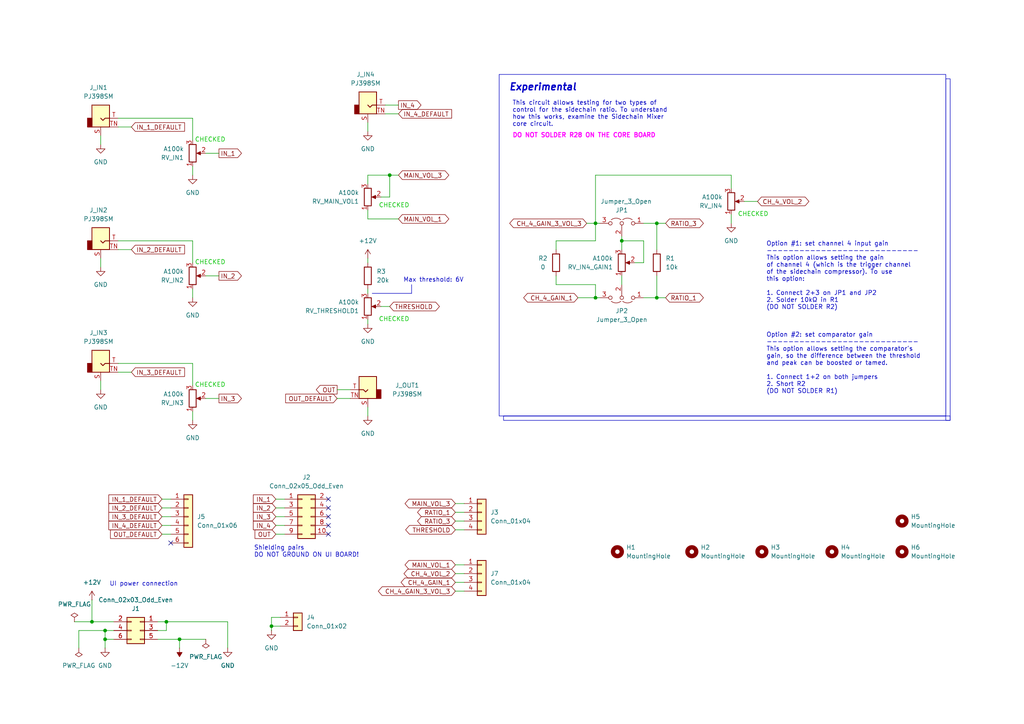
<source format=kicad_sch>
(kicad_sch (version 20250114) (generator "eeschema") (generator_version "9.0")
  (paper "A4")
  (title_block (title "Hog Moduleur Sidechain Mixer UI") (date "2025-07-06") (rev "v0.1") (company "Shmøergh"))
  (lib_symbols
    (symbol "Connector_Generic:Conn_01x02" (pin_names (offset 1.016) (hide yes))
      (property "Reference" "J" (at 0 2.54 0))
      (property "Value" "Conn_01x02" (at 0 -5.08 0))
      (symbol "Conn_01x02_1_1"
        (rectangle (start -1.27 1.27) (end 1.27 -3.81) (stroke (width 0.254)) (fill (type background)))
        (rectangle (start -1.27 0.127) (end 0 -0.127) (stroke (width 0.1524)))
        (rectangle (start -1.27 -2.413) (end 0 -2.667) (stroke (width 0.1524)))
        (pin passive line (at -5.08 0 0) (length 3.81) (name "Pin_1") (number "1"))
        (pin passive line (at -5.08 -2.54 0) (length 3.81) (name "Pin_2") (number "2"))
      )
    )
    (symbol "Connector_Generic:Conn_01x04" (pin_names (offset 1.016) (hide yes))
      (property "Reference" "J" (at 0 5.08 0))
      (property "Value" "Conn_01x04" (at 0 -7.62 0))
      (symbol "Conn_01x04_1_1"
        (rectangle (start -1.27 3.81) (end 1.27 -6.35) (stroke (width 0.254)) (fill (type background)))
        (rectangle (start -1.27 2.667) (end 0 2.413) (stroke (width 0.1524)))
        (rectangle (start -1.27 0.127) (end 0 -0.127) (stroke (width 0.1524)))
        (rectangle (start -1.27 -2.413) (end 0 -2.667) (stroke (width 0.1524)))
        (rectangle (start -1.27 -4.953) (end 0 -5.207) (stroke (width 0.1524)))
        (pin passive line (at -5.08 2.54 0) (length 3.81) (name "Pin_1") (number "1"))
        (pin passive line (at -5.08 0 0) (length 3.81) (name "Pin_2") (number "2"))
        (pin passive line (at -5.08 -2.54 0) (length 3.81) (name "Pin_3") (number "3"))
        (pin passive line (at -5.08 -5.08 0) (length 3.81) (name "Pin_4") (number "4"))
      )
    )
    (symbol "Connector_Generic:Conn_01x06" (pin_names (offset 1.016) (hide yes))
      (property "Reference" "J" (at 0 7.62 0))
      (property "Value" "Conn_01x06" (at 0 -10.16 0))
      (symbol "Conn_01x06_1_1"
        (rectangle (start -1.27 6.35) (end 1.27 -8.89) (stroke (width 0.254)) (fill (type background)))
        (rectangle (start -1.27 5.207) (end 0 4.953) (stroke (width 0.1524)))
        (rectangle (start -1.27 2.667) (end 0 2.413) (stroke (width 0.1524)))
        (rectangle (start -1.27 0.127) (end 0 -0.127) (stroke (width 0.1524)))
        (rectangle (start -1.27 -2.413) (end 0 -2.667) (stroke (width 0.1524)))
        (rectangle (start -1.27 -4.953) (end 0 -5.207) (stroke (width 0.1524)))
        (rectangle (start -1.27 -7.493) (end 0 -7.747) (stroke (width 0.1524)))
        (pin passive line (at -5.08 5.08 0) (length 3.81) (name "Pin_1") (number "1"))
        (pin passive line (at -5.08 2.54 0) (length 3.81) (name "Pin_2") (number "2"))
        (pin passive line (at -5.08 0 0) (length 3.81) (name "Pin_3") (number "3"))
        (pin passive line (at -5.08 -2.54 0) (length 3.81) (name "Pin_4") (number "4"))
        (pin passive line (at -5.08 -5.08 0) (length 3.81) (name "Pin_5") (number "5"))
        (pin passive line (at -5.08 -7.62 0) (length 3.81) (name "Pin_6") (number "6"))
      )
    )
    (symbol "Connector_Generic:Conn_02x03_Odd_Even" (pin_names (offset 1.016) (hide yes))
      (property "Reference" "J" (at 1.27 5.08 0))
      (property "Value" "Conn_02x03_Odd_Even" (at 1.27 -5.08 0))
      (symbol "Conn_02x03_Odd_Even_1_1"
        (rectangle (start -1.27 3.81) (end 3.81 -3.81) (stroke (width 0.254)) (fill (type background)))
        (rectangle (start -1.27 2.667) (end 0 2.413) (stroke (width 0.1524)))
        (rectangle (start -1.27 0.127) (end 0 -0.127) (stroke (width 0.1524)))
        (rectangle (start -1.27 -2.413) (end 0 -2.667) (stroke (width 0.1524)))
        (rectangle (start 3.81 2.667) (end 2.54 2.413) (stroke (width 0.1524)))
        (rectangle (start 3.81 0.127) (end 2.54 -0.127) (stroke (width 0.1524)))
        (rectangle (start 3.81 -2.413) (end 2.54 -2.667) (stroke (width 0.1524)))
        (pin passive line (at -5.08 2.54 0) (length 3.81) (name "Pin_1") (number "1"))
        (pin passive line (at -5.08 0 0) (length 3.81) (name "Pin_3") (number "3"))
        (pin passive line (at -5.08 -2.54 0) (length 3.81) (name "Pin_5") (number "5"))
        (pin passive line (at 7.62 2.54 180) (length 3.81) (name "Pin_2") (number "2"))
        (pin passive line (at 7.62 0 180) (length 3.81) (name "Pin_4") (number "4"))
        (pin passive line (at 7.62 -2.54 180) (length 3.81) (name "Pin_6") (number "6"))
      )
    )
    (symbol "Connector_Generic:Conn_02x05_Odd_Even" (pin_names (offset 1.016) (hide yes))
      (property "Reference" "J" (at 1.27 7.62 0))
      (property "Value" "Conn_02x05_Odd_Even" (at 1.27 -7.62 0))
      (symbol "Conn_02x05_Odd_Even_1_1"
        (rectangle (start -1.27 6.35) (end 3.81 -6.35) (stroke (width 0.254)) (fill (type background)))
        (rectangle (start -1.27 5.207) (end 0 4.953) (stroke (width 0.1524)))
        (rectangle (start -1.27 2.667) (end 0 2.413) (stroke (width 0.1524)))
        (rectangle (start -1.27 0.127) (end 0 -0.127) (stroke (width 0.1524)))
        (rectangle (start -1.27 -2.413) (end 0 -2.667) (stroke (width 0.1524)))
        (rectangle (start -1.27 -4.953) (end 0 -5.207) (stroke (width 0.1524)))
        (rectangle (start 3.81 5.207) (end 2.54 4.953) (stroke (width 0.1524)))
        (rectangle (start 3.81 2.667) (end 2.54 2.413) (stroke (width 0.1524)))
        (rectangle (start 3.81 0.127) (end 2.54 -0.127) (stroke (width 0.1524)))
        (rectangle (start 3.81 -2.413) (end 2.54 -2.667) (stroke (width 0.1524)))
        (rectangle (start 3.81 -4.953) (end 2.54 -5.207) (stroke (width 0.1524)))
        (pin passive line (at -5.08 5.08 0) (length 3.81) (name "Pin_1") (number "1"))
        (pin passive line (at -5.08 2.54 0) (length 3.81) (name "Pin_3") (number "3"))
        (pin passive line (at -5.08 0 0) (length 3.81) (name "Pin_5") (number "5"))
        (pin passive line (at -5.08 -2.54 0) (length 3.81) (name "Pin_7") (number "7"))
        (pin passive line (at -5.08 -5.08 0) (length 3.81) (name "Pin_9") (number "9"))
        (pin passive line (at 7.62 5.08 180) (length 3.81) (name "Pin_2") (number "2"))
        (pin passive line (at 7.62 2.54 180) (length 3.81) (name "Pin_4") (number "4"))
        (pin passive line (at 7.62 0 180) (length 3.81) (name "Pin_6") (number "6"))
        (pin passive line (at 7.62 -2.54 180) (length 3.81) (name "Pin_8") (number "8"))
        (pin passive line (at 7.62 -5.08 180) (length 3.81) (name "Pin_10") (number "10"))
      )
    )
    (symbol "Device:R" (pin_numbers (hide yes)) (pin_names (offset 0))
      (property "Reference" "R" (at 2.032 0 90))
      (property "Value" "R" (at 0 0 90))
      (symbol "R_0_1"
        (rectangle (start -1.016 -2.54) (end 1.016 2.54) (stroke (width 0.254)))
      )
      (symbol "R_1_1"
        (pin passive line (at 0 3.81 270) (length 1.27) (name "~") (number "1"))
        (pin passive line (at 0 -3.81 90) (length 1.27) (name "~") (number "2"))
      )
    )
    (symbol "Device:R_Potentiometer" (pin_names (offset 1.016) (hide yes))
      (property "Reference" "RV" (at -4.445 0 90))
      (property "Value" "R_Potentiometer" (at -2.54 0 90))
      (symbol "R_Potentiometer_0_1"
        (rectangle (start 1.016 2.54) (end -1.016 -2.54) (stroke (width 0.254)))
        (polyline (pts (xy 1.143 0) (xy 2.286 0.508) (xy 2.286 -0.508) (xy 1.143 0)) (fill (type outline)))
        (polyline (pts (xy 2.54 0) (xy 1.524 0)))
      )
      (symbol "R_Potentiometer_1_1"
        (pin passive line (at 0 3.81 270) (length 1.27) (name "1") (number "1"))
        (pin passive line (at 0 -3.81 90) (length 1.27) (name "3") (number "3"))
        (pin passive line (at 3.81 0 180) (length 1.27) (name "2") (number "2"))
      )
    )
    (symbol "Jumper:Jumper_3_Open" (pin_names (offset 0) (hide yes)) (in_bom no)
      (property "Reference" "JP" (at -2.54 -2.54 0))
      (property "Value" "Jumper_3_Open" (at 0 2.794 0))
      (symbol "Jumper_3_Open_0_0"
        (circle (center -3.302 0) (radius 0.508))
        (circle (center 0 0) (radius 0.508))
        (circle (center 3.302 0) (radius 0.508))
      )
      (symbol "Jumper_3_Open_0_1"
        (arc (start -3.048 1.016) (mid -1.651 1.4992) (end -0.254 1.016))
        (polyline (pts (xy 0 -0.508) (xy 0 -1.27)))
        (arc (start 0.254 1.016) (mid 1.651 1.4992) (end 3.048 1.016))
      )
      (symbol "Jumper_3_Open_1_1"
        (pin passive line (at -6.35 0 0) (length 2.54) (name "A") (number "1"))
        (pin passive line (at 0 -3.81 90) (length 2.54) (name "C") (number "2"))
        (pin passive line (at 6.35 0 180) (length 2.54) (name "B") (number "3"))
      )
    )
    (symbol "Mechanical:MountingHole" (pin_names (offset 1.016)) (in_bom no)
      (property "Reference" "H" (at 0 5.08 0))
      (property "Value" "MountingHole" (at 0 3.175 0))
      (symbol "MountingHole_0_1"
        (circle (center 0 0) (radius 1.27) (stroke (width 1.27)))
      )
    )
    (symbol "Shmoergh-Custom-Components:AudioJack2_Thonkiconn_S"
      (property "Reference" "J" (at 0 8.89 0))
      (property "Value" "AudioJack2_Thonkiconn" (at 0 6.35 0))
      (symbol "AudioJack2_Thonkiconn_S_0_1"
        (rectangle (start -2.54 -2.54) (end -3.81 0) (stroke (width 0.254)) (fill (type outline)))
        (polyline (pts (xy 0 0) (xy 0.635 -0.635) (xy 1.27 0) (xy 2.54 0)) (stroke (width 0.254)))
        (rectangle (start 2.54 3.81) (end -2.54 -2.54) (stroke (width 0.254)) (fill (type background)))
      )
      (symbol "AudioJack2_Thonkiconn_S_1_1"
        (pin passive line (at 0 -5.08 90) (length 2.54) (name "~") (number "S"))
        (pin bidirectional line (at 5.08 0 180) (length 2.54) (name "~") (number "T"))
        (pin passive line (at 5.08 -2.54 180) (length 2.54) (name "~") (number "TN"))
      )
    )
    (symbol "power:+12V" (power) (pin_numbers (hide yes)) (pin_names (offset 0) (hide yes))
      (property "Value" "+12V" (at 0 3.556 0))
      (symbol "+12V_0_1"
        (polyline (pts (xy -0.762 1.27) (xy 0 2.54)))
        (polyline (pts (xy 0 2.54) (xy 0.762 1.27)))
        (polyline (pts (xy 0 0) (xy 0 2.54)))
      )
      (symbol "+12V_1_1"
        (pin power_in line (at 0 0 90) (length 0) (name "~") (number "1"))
      )
    )
    (symbol "power:-12V" (power) (pin_numbers (hide yes)) (pin_names (offset 0) (hide yes))
      (property "Value" "-12V" (at 0 3.556 0))
      (symbol "-12V_0_0"
        (pin power_in line (at 0 0 90) (length 0) (name "~") (number "1"))
      )
      (symbol "-12V_0_1"
        (polyline (pts (xy 0 0) (xy 0 1.27) (xy 0.762 1.27) (xy 0 2.54) (xy -0.762 1.27) (xy 0 1.27)) (fill (type outline)))
      )
    )
    (symbol "power:GND" (power) (pin_numbers (hide yes)) (pin_names (offset 0) (hide yes))
      (property "Value" "GND" (at 0 -3.81 0))
      (symbol "GND_0_1"
        (polyline (pts (xy 0 0) (xy 0 -1.27) (xy 1.27 -1.27) (xy 0 -2.54) (xy -1.27 -1.27) (xy 0 -1.27)))
      )
      (symbol "GND_1_1"
        (pin power_in line (at 0 0 270) (length 0) (name "~") (number "1"))
      )
    )
    (symbol "power:PWR_FLAG" (power) (pin_numbers (hide yes)) (pin_names (offset 0) (hide yes))
      (property "Value" "PWR_FLAG" (at 0 3.81 0))
      (symbol "PWR_FLAG_0_0"
        (pin power_out line (at 0 0 90) (length 0) (name "~") (number "1"))
      )
      (symbol "PWR_FLAG_0_1"
        (polyline (pts (xy 0 0) (xy 0 1.27) (xy -1.016 1.905) (xy 0 2.54) (xy 1.016 1.905) (xy 0 1.27)))
      )
    )
  )
  (rectangle (start 274.32 22.86) (end 275.59 121.92) (fill (type color)))
  (rectangle (start 144.78 21.59) (end 274.32 120.65))
  (rectangle (start 146.05 120.65) (end 275.59 121.92) (fill (type color)))
  (text "Option #2: set comparator gain\n----------------------------\nThis option allows setting the comparator's \ngain, so the difference between the threshold\nand peak can be boosted or tamed.\n\n1. Connect 1+2 on both jumpers\n2. Short R2\n(DO NOT SOLDER R1)" (at 222.25 105.41 0) (effects (font (size 1.27 1.27) (thickness 0.1588)) (justify left)))
  (text "Max threshold: 6V" (at 125.73 81.28 0) (effects (font (size 1.27 1.27))))
  (text "CHECKED" (at 60.96 111.76 0) (effects (font (size 1.27 1.27))))
  (text "This circuit allows testing for two types of \ncontrol for the sidechain ratio. To understand\nhow this works, examine the Sidechain Mixer\ncore circuit." (at 148.59 33.02 0) (effects (font (size 1.27 1.27) (thickness 0.1588)) (justify left)))
  (text "UI power connection" (at 31.75 170.18 0) (effects (font (size 1.27 1.27)) (justify left bottom)))
  (text "CHECKED" (at 60.96 76.2 0) (effects (font (size 1.27 1.27))))
  (text "Option #1: set channel 4 input gain\n----------------------------\nThis option allows setting the gain\nof channel 4 (which is the trigger channel\nof the sidechain compressor). To use\nthis option:\n\n1. Connect 2+3 on JP1 and JP2\n2. Solder 10kΩ in R1\n(DO NOT SOLDER R2)" (at 222.25 80.01 0) (effects (font (size 1.27 1.27) (thickness 0.1588)) (justify left)))
  (text "CHECKED" (at 218.44 62.23 0) (effects (font (size 1.27 1.27))))
  (text "DO NOT SOLDER R28 ON THE CORE BOARD" (at 148.59 39.37 0) (effects (font (size 1.27 1.27) (thickness 0.254) (bold yes)) (justify left)))
  (text "CHECKED" (at 114.3 59.69 0) (effects (font (size 1.27 1.27))))
  (text "CHECKED" (at 114.3 92.71 0) (effects (font (size 1.27 1.27))))
  (text "Experimental" (at 157.48 25.4 0) (effects (font (size 2 2) (thickness 0.4) (bold yes) (italic yes))))
  (text "Shielding pairs\nDO NOT GROUND ON UI BOARD!" (at 73.66 160.02 0) (effects (font (size 1.27 1.27)) (justify left)))
  (text "CHECKED" (at 60.96 40.64 0) (effects (font (size 1.27 1.27))))
  (junction (at 190.5 64.77))
  (junction (at 180.34 69.85))
  (junction (at 78.74 181.61))
  (junction (at 30.48 182.88))
  (junction (at 52.07 185.42))
  (junction (at 172.72 64.77))
  (junction (at 113.03 50.8))
  (junction (at 48.26 180.34))
  (junction (at 190.5 86.36))
  (junction (at 26.67 180.34))
  (junction (at 30.48 185.42))
  (junction (at 172.72 86.36))
  (no_connect (at 49.53 157.48))
  (no_connect (at 95.25 144.78))
  (no_connect (at 95.25 152.4))
  (no_connect (at 95.25 147.32))
  (no_connect (at 95.25 154.94))
  (no_connect (at 95.25 149.86))
  (wire (pts (xy 46.99 152.4) (xy 49.53 152.4)))
  (wire (pts (xy 115.57 33.02) (xy 111.76 33.02)))
  (wire (pts (xy 190.5 64.77) (xy 186.69 64.77)))
  (wire (pts (xy 34.29 105.41) (xy 55.88 105.41)))
  (wire (pts (xy 52.07 187.96) (xy 52.07 185.42)))
  (wire (pts (xy 55.88 86.36) (xy 55.88 83.82)))
  (wire (pts (xy 55.88 111.76) (xy 55.88 105.41)))
  (wire (pts (xy 180.34 68.58) (xy 180.34 69.85)))
  (wire (pts (xy 190.5 64.77) (xy 190.5 72.39)))
  (polyline (pts (xy 119.38 82.55) (xy 119.38 85.09)))
  (wire (pts (xy 59.69 185.42) (xy 52.07 185.42)))
  (wire (pts (xy 172.72 50.8) (xy 172.72 64.77)))
  (wire (pts (xy 97.79 115.57) (xy 101.6 115.57)))
  (wire (pts (xy 45.72 185.42) (xy 52.07 185.42)))
  (wire (pts (xy 80.01 149.86) (xy 82.55 149.86)))
  (wire (pts (xy 78.74 181.61) (xy 81.28 181.61)))
  (wire (pts (xy 38.1 36.83) (xy 34.29 36.83)))
  (wire (pts (xy 132.08 151.13) (xy 134.62 151.13)))
  (wire (pts (xy 212.09 64.77) (xy 212.09 62.23)))
  (wire (pts (xy 26.67 180.34) (xy 33.02 180.34)))
  (wire (pts (xy 106.68 83.82) (xy 106.68 85.09)))
  (wire (pts (xy 59.69 44.45) (xy 63.5 44.45)))
  (wire (pts (xy 186.69 76.2) (xy 186.69 69.85)))
  (wire (pts (xy 170.18 64.77) (xy 172.72 64.77)))
  (wire (pts (xy 34.29 69.85) (xy 55.88 69.85)))
  (wire (pts (xy 132.08 166.37) (xy 134.62 166.37)))
  (wire (pts (xy 80.01 152.4) (xy 82.55 152.4)))
  (wire (pts (xy 132.08 148.59) (xy 134.62 148.59)))
  (wire (pts (xy 113.03 50.8) (xy 115.57 50.8)))
  (wire (pts (xy 115.57 30.48) (xy 111.76 30.48)))
  (wire (pts (xy 81.28 179.07) (xy 78.74 179.07)))
  (wire (pts (xy 38.1 72.39) (xy 34.29 72.39)))
  (wire (pts (xy 172.72 86.36) (xy 173.99 86.36)))
  (wire (pts (xy 172.72 69.85) (xy 172.72 64.77)))
  (wire (pts (xy 113.03 50.8) (xy 113.03 57.15)))
  (wire (pts (xy 110.49 57.15) (xy 113.03 57.15)))
  (wire (pts (xy 193.04 64.77) (xy 190.5 64.77)))
  (wire (pts (xy 55.88 69.85) (xy 55.88 76.2)))
  (wire (pts (xy 29.21 74.93) (xy 29.21 77.47)))
  (wire (pts (xy 190.5 80.01) (xy 190.5 86.36)))
  (wire (pts (xy 172.72 86.36) (xy 172.72 82.55)))
  (wire (pts (xy 55.88 40.64) (xy 55.88 34.29)))
  (wire (pts (xy 106.68 74.93) (xy 106.68 76.2)))
  (wire (pts (xy 106.68 35.56) (xy 106.68 38.1)))
  (wire (pts (xy 97.79 113.03) (xy 101.6 113.03)))
  (wire (pts (xy 184.15 76.2) (xy 186.69 76.2)))
  (wire (pts (xy 78.74 179.07) (xy 78.74 181.61)))
  (wire (pts (xy 26.67 173.99) (xy 26.67 180.34)))
  (wire (pts (xy 34.29 34.29) (xy 55.88 34.29)))
  (wire (pts (xy 161.29 72.39) (xy 161.29 69.85)))
  (wire (pts (xy 46.99 149.86) (xy 49.53 149.86)))
  (wire (pts (xy 48.26 180.34) (xy 45.72 180.34)))
  (wire (pts (xy 21.59 180.34) (xy 26.67 180.34)))
  (wire (pts (xy 106.68 50.8) (xy 113.03 50.8)))
  (wire (pts (xy 80.01 147.32) (xy 82.55 147.32)))
  (wire (pts (xy 106.68 120.65) (xy 106.68 118.11)))
  (wire (pts (xy 132.08 146.05) (xy 134.62 146.05)))
  (wire (pts (xy 193.04 86.36) (xy 190.5 86.36)))
  (wire (pts (xy 172.72 82.55) (xy 161.29 82.55)))
  (wire (pts (xy 55.88 50.8) (xy 55.88 48.26)))
  (wire (pts (xy 22.86 182.88) (xy 30.48 182.88)))
  (wire (pts (xy 46.99 154.94) (xy 49.53 154.94)))
  (wire (pts (xy 161.29 82.55) (xy 161.29 80.01)))
  (wire (pts (xy 66.04 187.96) (xy 66.04 180.34)))
  (wire (pts (xy 48.26 182.88) (xy 48.26 180.34)))
  (wire (pts (xy 80.01 144.78) (xy 82.55 144.78)))
  (wire (pts (xy 59.69 115.57) (xy 63.5 115.57)))
  (wire (pts (xy 212.09 54.61) (xy 212.09 50.8)))
  (wire (pts (xy 59.69 80.01) (xy 63.5 80.01)))
  (wire (pts (xy 55.88 121.92) (xy 55.88 119.38)))
  (wire (pts (xy 33.02 185.42) (xy 30.48 185.42)))
  (wire (pts (xy 80.01 154.94) (xy 82.55 154.94)))
  (wire (pts (xy 132.08 171.45) (xy 134.62 171.45)))
  (wire (pts (xy 46.99 144.78) (xy 49.53 144.78)))
  (wire (pts (xy 190.5 86.36) (xy 186.69 86.36)))
  (wire (pts (xy 113.03 88.9) (xy 110.49 88.9)))
  (wire (pts (xy 186.69 69.85) (xy 180.34 69.85)))
  (wire (pts (xy 29.21 39.37) (xy 29.21 41.91)))
  (wire (pts (xy 106.68 93.98) (xy 106.68 92.71)))
  (wire (pts (xy 180.34 82.55) (xy 180.34 80.01)))
  (wire (pts (xy 66.04 180.34) (xy 48.26 180.34)))
  (wire (pts (xy 132.08 153.67) (xy 134.62 153.67)))
  (wire (pts (xy 172.72 64.77) (xy 173.99 64.77)))
  (polyline (pts (xy 107.95 85.09) (xy 119.38 85.09)))
  (wire (pts (xy 38.1 107.95) (xy 34.29 107.95)))
  (wire (pts (xy 106.68 50.8) (xy 106.68 53.34)))
  (wire (pts (xy 30.48 182.88) (xy 33.02 182.88)))
  (wire (pts (xy 29.21 110.49) (xy 29.21 113.03)))
  (wire (pts (xy 106.68 60.96) (xy 106.68 63.5)))
  (wire (pts (xy 215.9 58.42) (xy 219.71 58.42)))
  (wire (pts (xy 172.72 50.8) (xy 212.09 50.8)))
  (wire (pts (xy 30.48 185.42) (xy 30.48 182.88)))
  (wire (pts (xy 180.34 69.85) (xy 180.34 72.39)))
  (wire (pts (xy 22.86 187.96) (xy 22.86 182.88)))
  (wire (pts (xy 115.57 63.5) (xy 106.68 63.5)))
  (wire (pts (xy 78.74 181.61) (xy 78.74 182.88)))
  (wire (pts (xy 30.48 187.96) (xy 30.48 185.42)))
  (wire (pts (xy 46.99 147.32) (xy 49.53 147.32)))
  (wire (pts (xy 45.72 182.88) (xy 48.26 182.88)))
  (wire (pts (xy 167.64 86.36) (xy 172.72 86.36)))
  (wire (pts (xy 161.29 69.85) (xy 172.72 69.85)))
  (wire (pts (xy 132.08 168.91) (xy 134.62 168.91)))
  (wire (pts (xy 132.08 163.83) (xy 134.62 163.83)))
  (global_label "MAIN_VOL_1" (shape bidirectional) (at 132.08 163.83 180) (property "Intersheetrefs" "${INTERSHEET_REFS}" (effects (hide yes))))
  (global_label "OUT" (shape output) (at 97.79 113.03 180) (property "Intersheetrefs" "${INTERSHEET_REFS}" (effects (hide yes))))
  (global_label "OUT_DEFAULT" (shape input) (at 97.79 115.57 180) (property "Intersheetrefs" "${INTERSHEET_REFS}" (effects (hide yes))))
  (global_label "CH_4_GAIN_3_VOL_3" (shape bidirectional) (at 170.18 64.77 180) (property "Intersheetrefs" "${INTERSHEET_REFS}" (effects (hide yes))))
  (global_label "IN_2" (shape input) (at 80.01 147.32 180) (property "Intersheetrefs" "${INTERSHEET_REFS}" (effects (hide yes))))
  (global_label "IN_4" (shape output) (at 115.57 30.48 0) (property "Intersheetrefs" "${INTERSHEET_REFS}" (effects (hide yes))))
  (global_label "CH_4_GAIN_3_VOL_3" (shape bidirectional) (at 132.08 171.45 180) (property "Intersheetrefs" "${INTERSHEET_REFS}" (effects (hide yes))))
  (global_label "THRESHOLD" (shape bidirectional) (at 113.03 88.9 0) (property "Intersheetrefs" "${INTERSHEET_REFS}" (effects (hide yes))))
  (global_label "RATIO_1" (shape bidirectional) (at 132.08 148.59 180) (property "Intersheetrefs" "${INTERSHEET_REFS}" (effects (hide yes))))
  (global_label "RATIO_3" (shape bidirectional) (at 132.08 151.13 180) (property "Intersheetrefs" "${INTERSHEET_REFS}" (effects (hide yes))))
  (global_label "CH_4_VOL_2" (shape bidirectional) (at 132.08 166.37 180) (property "Intersheetrefs" "${INTERSHEET_REFS}" (effects (hide yes))))
  (global_label "IN_4_DEFAULT" (shape input) (at 46.99 152.4 180) (property "Intersheetrefs" "${INTERSHEET_REFS}" (effects (hide yes))))
  (global_label "CH_4_GAIN_1" (shape bidirectional) (at 167.64 86.36 180) (property "Intersheetrefs" "${INTERSHEET_REFS}" (effects (hide yes))))
  (global_label "IN_2_DEFAULT" (shape input) (at 38.1 72.39 0) (property "Intersheetrefs" "${INTERSHEET_REFS}" (effects (hide yes))))
  (global_label "CH_4_VOL_2" (shape bidirectional) (at 219.71 58.42 0) (property "Intersheetrefs" "${INTERSHEET_REFS}" (effects (hide yes))))
  (global_label "IN_1" (shape input) (at 80.01 144.78 180) (property "Intersheetrefs" "${INTERSHEET_REFS}" (effects (hide yes))))
  (global_label "IN_2_DEFAULT" (shape input) (at 46.99 147.32 180) (property "Intersheetrefs" "${INTERSHEET_REFS}" (effects (hide yes))))
  (global_label "MAIN_VOL_3" (shape bidirectional) (at 115.57 50.8 0) (property "Intersheetrefs" "${INTERSHEET_REFS}" (effects (hide yes))))
  (global_label "RATIO_3" (shape bidirectional) (at 193.04 64.77 0) (property "Intersheetrefs" "${INTERSHEET_REFS}" (effects (hide yes))))
  (global_label "IN_3_DEFAULT" (shape input) (at 46.99 149.86 180) (property "Intersheetrefs" "${INTERSHEET_REFS}" (effects (hide yes))))
  (global_label "MAIN_VOL_1" (shape bidirectional) (at 115.57 63.5 0) (property "Intersheetrefs" "${INTERSHEET_REFS}" (effects (hide yes))))
  (global_label "RATIO_1" (shape bidirectional) (at 193.04 86.36 0) (property "Intersheetrefs" "${INTERSHEET_REFS}" (effects (hide yes))))
  (global_label "CH_4_GAIN_1" (shape bidirectional) (at 132.08 168.91 180) (property "Intersheetrefs" "${INTERSHEET_REFS}" (effects (hide yes))))
  (global_label "IN_1" (shape output) (at 63.5 44.45 0) (property "Intersheetrefs" "${INTERSHEET_REFS}" (effects (hide yes))))
  (global_label "OUT" (shape input) (at 80.01 154.94 180) (property "Intersheetrefs" "${INTERSHEET_REFS}" (effects (hide yes))))
  (global_label "IN_3" (shape output) (at 63.5 115.57 0) (property "Intersheetrefs" "${INTERSHEET_REFS}" (effects (hide yes))))
  (global_label "IN_3_DEFAULT" (shape input) (at 38.1 107.95 0) (property "Intersheetrefs" "${INTERSHEET_REFS}" (effects (hide yes))))
  (global_label "IN_1_DEFAULT" (shape input) (at 38.1 36.83 0) (property "Intersheetrefs" "${INTERSHEET_REFS}" (effects (hide yes))))
  (global_label "OUT_DEFAULT" (shape input) (at 46.99 154.94 180) (property "Intersheetrefs" "${INTERSHEET_REFS}" (effects (hide yes))))
  (global_label "THRESHOLD" (shape bidirectional) (at 132.08 153.67 180) (property "Intersheetrefs" "${INTERSHEET_REFS}" (effects (hide yes))))
  (global_label "IN_4_DEFAULT" (shape input) (at 115.57 33.02 0) (property "Intersheetrefs" "${INTERSHEET_REFS}" (effects (hide yes))))
  (global_label "IN_3" (shape input) (at 80.01 149.86 180) (property "Intersheetrefs" "${INTERSHEET_REFS}" (effects (hide yes))))
  (global_label "MAIN_VOL_3" (shape bidirectional) (at 132.08 146.05 180) (property "Intersheetrefs" "${INTERSHEET_REFS}" (effects (hide yes))))
  (global_label "IN_1_DEFAULT" (shape input) (at 46.99 144.78 180) (property "Intersheetrefs" "${INTERSHEET_REFS}" (effects (hide yes))))
  (global_label "IN_2" (shape output) (at 63.5 80.01 0) (property "Intersheetrefs" "${INTERSHEET_REFS}" (effects (hide yes))))
  (global_label "IN_4" (shape input) (at 80.01 152.4 180) (property "Intersheetrefs" "${INTERSHEET_REFS}" (effects (hide yes))))
  (symbol (lib_id "Jumper:Jumper_3_Open") (at 180.34 86.36 180) (unit 1) (in_bom no)
    (property "Reference" "JP2" (at 180.34 90.17 0))
    (property "Value" "Jumper_3_Open" (at 180.34 92.71 0))
    (property "Footprint" "Connector_PinHeader_2.54mm:PinHeader_1x03_P2.54mm_Vertical" (effects (hide yes)))
    (property "Description" "Jumper, 3-pole, both open" (effects (hide yes)))
  )
  (symbol (lib_id "power:+12V") (at 26.67 173.99 0) (unit 1)
    (property "Reference" "#PWR01" (effects (hide yes)))
    (property "Value" "+12V" (at 26.67 168.91 0))
    (property "Description" "Power symbol creates a global label with name \"+12V\"" (effects (hide yes)))
  )
  (symbol (lib_id "Connector_Generic:Conn_01x04") (at 139.7 148.59 0) (unit 1)
    (property "Reference" "J3" (at 142.24 148.5899 0) (effects (justify left)))
    (property "Value" "Conn_01x04" (at 142.24 151.1299 0) (effects (justify left)))
    (property "Footprint" "Connector_PinHeader_2.54mm:PinHeader_1x04_P2.54mm_Vertical" (effects (hide yes)))
    (property "Description" "Generic connector, single row, 01x04, script generated (kicad-library-utils/schlib/autogen/connector/)" (effects (hide yes)))
  )
  (symbol (lib_id "Shmoergh-Custom-Components:AudioJack2_Thonkiconn_S") (at 106.68 113.03 0) (mirror y) (unit 1)
    (property "Reference" "J_OUT1" (at 118.11 111.76 0))
    (property "Value" "PJ398SM" (at 118.11 114.3 0))
    (property "Footprint" "Shmoergh_Custom_Footprints:Jack_3.5mm_QingPu_WQP-PJ398SM_Vertical_CircularHoles" (effects (hide yes)))
    (property "Description" "Audio Jack, 2 Poles (Mono / TS), Grounded Sleeve" (effects (hide yes)))
    (property "Part URL" "https://www.thonk.co.uk/shop/thonkiconn/" (effects (hide yes)))
    (property "Vendor" "Thonk" (effects (hide yes)))
    (property "Part no." "PJ398SM" (effects (hide yes)))
  )
  (symbol (lib_id "Device:R_Potentiometer") (at 106.68 88.9 0) (mirror x) (unit 1)
    (property "Reference" "RV_THRESHOLD1" (at 104.14 90.1701 0) (effects (justify right)))
    (property "Value" "A100k" (at 104.14 87.6301 0) (effects (justify right)))
    (property "Footprint" "Shmoergh_Custom_Footprints:Potentiometer_Bourns_Single-PTV09A" (effects (hide yes)))
    (property "Description" "Potentiometer" (effects (hide yes)))
    (property "Part URL" "https://mou.sr/4694GMU" (effects (hide yes)))
    (property "Vendor" "Mouser" (effects (hide yes)))
    (property "Part no." "652-PTV09A4025FB104" (effects (hide yes)))
  )
  (symbol (lib_id "power:+12V") (at 106.68 74.93 0) (unit 1)
    (property "Reference" "#PWR013" (effects (hide yes)))
    (property "Value" "+12V" (at 106.68 69.85 0))
    (property "Description" "Power symbol creates a global label with name \"+12V\"" (effects (hide yes)))
  )
  (symbol (lib_id "power:GND") (at 106.68 120.65 0) (mirror y) (unit 1)
    (property "Reference" "#PWR016" (effects (hide yes)))
    (property "Value" "GND" (at 106.68 125.73 0))
    (property "Description" "Power symbol creates a global label with name \"GND\" , ground" (effects (hide yes)))
  )
  (symbol (lib_id "power:-12V") (at 52.07 187.96 180) (unit 1)
    (property "Reference" "#PWR07" (effects (hide yes)))
    (property "Value" "-12V" (at 52.07 193.04 0))
    (property "Description" "Power symbol creates a global label with name \"-12V\"" (effects (hide yes)))
  )
  (symbol (lib_id "Device:R_Potentiometer") (at 55.88 80.01 0) (mirror x) (unit 1)
    (property "Reference" "RV_IN2" (at 53.34 81.2801 0) (effects (justify right)))
    (property "Value" "A100k" (at 53.34 78.7401 0) (effects (justify right)))
    (property "Footprint" "PTA3043-2010CIA503:TRIM_PTA3043-2010CIA503" (effects (hide yes)))
    (property "Description" "Potentiometer" (effects (hide yes)))
    (property "Part URL" "https://mou.sr/45jtvn7" (effects (hide yes)))
    (property "Vendor" "Mouser" (effects (hide yes)))
    (property "Part no." "652-PTA30432015A104 " (effects (hide yes)))
  )
  (symbol (lib_id "Mechanical:MountingHole") (at 261.62 160.02 0) (unit 1) (in_bom no)
    (property "Reference" "H6" (at 264.16 158.7499 0) (effects (justify left)))
    (property "Value" "MountingHole" (at 264.16 161.2899 0) (effects (justify left)))
    (property "Footprint" "MountingHole:MountingHole_3.2mm_M3_DIN965_Pad" (effects (hide yes)))
    (property "Description" "Mounting Hole without connection" (effects (hide yes)))
    (property "Vendor" "-" (effects (hide yes)))
  )
  (symbol (lib_id "Connector_Generic:Conn_02x03_Odd_Even") (at 40.64 182.88 0) (mirror y) (unit 1)
    (property "Reference" "J1" (at 39.37 176.53 0))
    (property "Value" "Conn_02x03_Odd_Even" (at 39.37 173.99 0))
    (property "Footprint" "Connector_PinSocket_2.54mm:PinSocket_2x03_P2.54mm_Vertical" (effects (hide yes)))
    (property "Description" "Generic connector, double row, 02x03, odd/even pin numbering scheme (row 1 odd numbers, row 2 even numbers), script generated (kicad-library-utils/schlib/autogen/connector/)" (effects (hide yes)))
    (property "Part URL" "https://mou.sr/3GIDVEr" (effects (hide yes)))
    (property "Vendor" "Mouser" (effects (hide yes)))
    (property "Part no." "200-SSW10301TD" (effects (hide yes)))
  )
  (symbol (lib_id "power:GND") (at 29.21 41.91 0) (unit 1)
    (property "Reference" "#PWR010" (effects (hide yes)))
    (property "Value" "GND" (at 29.21 46.99 0))
    (property "Description" "Power symbol creates a global label with name \"GND\" , ground" (effects (hide yes)))
  )
  (symbol (lib_id "Shmoergh-Custom-Components:AudioJack2_Thonkiconn_S") (at 29.21 34.29 0) (unit 1)
    (property "Reference" "J_IN1" (at 28.575 25.4 0))
    (property "Value" "PJ398SM" (at 28.575 27.94 0))
    (property "Footprint" "Shmoergh_Custom_Footprints:Jack_3.5mm_QingPu_WQP-PJ398SM_Vertical_CircularHoles" (effects (hide yes)))
    (property "Description" "Audio Jack, 2 Poles (Mono / TS), Grounded Sleeve" (effects (hide yes)))
    (property "Part URL" "https://www.thonk.co.uk/shop/thonkiconn/" (effects (hide yes)))
    (property "Vendor" "Thonk" (effects (hide yes)))
    (property "Part no." "PJ398SM" (effects (hide yes)))
  )
  (symbol (lib_id "Mechanical:MountingHole") (at 200.66 160.02 0) (unit 1) (in_bom no)
    (property "Reference" "H2" (at 203.2 158.7499 0) (effects (justify left)))
    (property "Value" "MountingHole" (at 203.2 161.2899 0) (effects (justify left)))
    (property "Footprint" "MountingHole:MountingHole_3.2mm_M3_DIN965_Pad" (effects (hide yes)))
    (property "Description" "Mounting Hole without connection" (effects (hide yes)))
    (property "Vendor" "-" (effects (hide yes)))
  )
  (symbol (lib_id "Shmoergh-Custom-Components:AudioJack2_Thonkiconn_S") (at 29.21 69.85 0) (unit 1)
    (property "Reference" "J_IN2" (at 28.575 60.96 0))
    (property "Value" "PJ398SM" (at 28.575 63.5 0))
    (property "Footprint" "Shmoergh_Custom_Footprints:Jack_3.5mm_QingPu_WQP-PJ398SM_Vertical_CircularHoles" (effects (hide yes)))
    (property "Description" "Audio Jack, 2 Poles (Mono / TS), Grounded Sleeve" (effects (hide yes)))
    (property "Part URL" "https://www.thonk.co.uk/shop/thonkiconn/" (effects (hide yes)))
    (property "Vendor" "Thonk" (effects (hide yes)))
    (property "Part no." "PJ398SM" (effects (hide yes)))
  )
  (symbol (lib_id "Device:R_Potentiometer") (at 212.09 58.42 0) (mirror x) (unit 1)
    (property "Reference" "RV_IN4" (at 209.55 59.6901 0) (effects (justify right)))
    (property "Value" "A100k" (at 209.55 57.1501 0) (effects (justify right)))
    (property "Footprint" "Shmoergh_Custom_Footprints:Potentiometer_Bourns_Single-PTV09A" (effects (hide yes)))
    (property "Description" "Potentiometer" (effects (hide yes)))
    (property "Part URL" "https://mou.sr/4694GMU" (effects (hide yes)))
    (property "Vendor" "Mouser" (effects (hide yes)))
    (property "Part no." "652-PTV09A4025FB104" (effects (hide yes)))
  )
  (symbol (lib_id "Connector_Generic:Conn_01x06") (at 54.61 149.86 0) (unit 1)
    (property "Reference" "J5" (at 57.15 149.8599 0) (effects (justify left)))
    (property "Value" "Conn_01x06" (at 57.15 152.3999 0) (effects (justify left)))
    (property "Footprint" "Connector_PinSocket_2.54mm:PinSocket_1x06_P2.54mm_Vertical" (effects (hide yes)))
    (property "Description" "Generic connector, single row, 01x06, script generated (kicad-library-utils/schlib/autogen/connector/)" (effects (hide yes)))
    (property "Part URL" "https://mou.sr/4lnf48h" (effects (hide yes)))
    (property "Vendor" "Mouser" (effects (hide yes)))
    (property "Part no." "200-SSW10601TS" (effects (hide yes)))
  )
  (symbol (lib_id "power:GND") (at 212.09 64.77 0) (unit 1)
    (property "Reference" "#PWR011" (effects (hide yes)))
    (property "Value" "GND" (at 212.09 69.85 0))
    (property "Description" "Power symbol creates a global label with name \"GND\" , ground" (effects (hide yes)))
  )
  (symbol (lib_id "Mechanical:MountingHole") (at 179.07 160.02 0) (unit 1) (in_bom no)
    (property "Reference" "H1" (at 181.61 158.7499 0) (effects (justify left)))
    (property "Value" "MountingHole" (at 181.61 161.2899 0) (effects (justify left)))
    (property "Footprint" "MountingHole:MountingHole_3.2mm_M3_DIN965_Pad" (effects (hide yes)))
    (property "Description" "Mounting Hole without connection" (effects (hide yes)))
    (property "Vendor" "-" (effects (hide yes)))
  )
  (symbol (lib_id "Device:R_Potentiometer") (at 55.88 115.57 0) (mirror x) (unit 1)
    (property "Reference" "RV_IN3" (at 53.34 116.8401 0) (effects (justify right)))
    (property "Value" "A100k" (at 53.34 114.3001 0) (effects (justify right)))
    (property "Footprint" "PTA3043-2010CIA503:TRIM_PTA3043-2010CIA503" (effects (hide yes)))
    (property "Description" "Potentiometer" (effects (hide yes)))
    (property "Part URL" "https://mou.sr/45jtvn7" (effects (hide yes)))
    (property "Vendor" "Mouser" (effects (hide yes)))
    (property "Part no." "652-PTA30432015A104 " (effects (hide yes)))
  )
  (symbol (lib_id "Device:R_Potentiometer") (at 55.88 44.45 0) (mirror x) (unit 1)
    (property "Reference" "RV_IN1" (at 53.34 45.7201 0) (effects (justify right)))
    (property "Value" "A100k" (at 53.34 43.1801 0) (effects (justify right)))
    (property "Footprint" "PTA3043-2010CIA503:TRIM_PTA3043-2010CIA503" (effects (hide yes)))
    (property "Description" "Potentiometer" (effects (hide yes)))
    (property "Part URL" "https://mou.sr/45jtvn7" (effects (hide yes)))
    (property "Vendor" "Mouser" (effects (hide yes)))
    (property "Part no." "652-PTA30432015A104 " (effects (hide yes)))
  )
  (symbol (lib_id "power:PWR_FLAG") (at 21.59 180.34 0) (unit 1)
    (property "Reference" "#FLG01" (effects (hide yes)))
    (property "Value" "PWR_FLAG" (at 21.59 175.26 0))
    (property "Description" "Special symbol for telling ERC where power comes from" (effects (hide yes)))
  )
  (symbol (lib_id "power:GND") (at 66.04 187.96 0) (unit 1)
    (property "Reference" "#PWR09" (effects (hide yes)))
    (property "Value" "GND" (at 66.04 193.04 0))
    (property "Description" "Power symbol creates a global label with name \"GND\" , ground" (effects (hide yes)))
  )
  (symbol (lib_id "power:GND") (at 55.88 50.8 0) (unit 1)
    (property "Reference" "#PWR023" (effects (hide yes)))
    (property "Value" "GND" (at 55.88 55.88 0))
    (property "Description" "Power symbol creates a global label with name \"GND\" , ground" (effects (hide yes)))
  )
  (symbol (lib_id "Connector_Generic:Conn_02x05_Odd_Even") (at 87.63 149.86 0) (unit 1)
    (property "Reference" "J2" (at 88.9 138.43 0))
    (property "Value" "Conn_02x05_Odd_Even" (at 88.9 140.97 0))
    (property "Footprint" "Connector_PinSocket_2.54mm:PinSocket_2x05_P2.54mm_Vertical" (effects (hide yes)))
    (property "Description" "Generic connector, double row, 02x05, odd/even pin numbering scheme (row 1 odd numbers, row 2 even numbers), script generated (kicad-library-utils/schlib/autogen/connector/)" (effects (hide yes)))
  )
  (symbol (lib_id "Shmoergh-Custom-Components:AudioJack2_Thonkiconn_S") (at 106.68 30.48 0) (unit 1)
    (property "Reference" "J_IN4" (at 106.045 21.59 0))
    (property "Value" "PJ398SM" (at 106.045 24.13 0))
    (property "Footprint" "Shmoergh_Custom_Footprints:Jack_3.5mm_QingPu_WQP-PJ398SM_Vertical_CircularHoles" (effects (hide yes)))
    (property "Description" "Audio Jack, 2 Poles (Mono / TS), Grounded Sleeve" (effects (hide yes)))
    (property "Part URL" "https://www.thonk.co.uk/shop/thonkiconn/" (effects (hide yes)))
    (property "Vendor" "Thonk" (effects (hide yes)))
    (property "Part no." "PJ398SM" (effects (hide yes)))
  )
  (symbol (lib_id "power:GND") (at 106.68 93.98 0) (mirror y) (unit 1)
    (property "Reference" "#PWR012" (effects (hide yes)))
    (property "Value" "GND" (at 106.68 99.06 0))
    (property "Description" "Power symbol creates a global label with name \"GND\" , ground" (effects (hide yes)))
  )
  (symbol (lib_id "power:GND") (at 55.88 86.36 0) (unit 1)
    (property "Reference" "#PWR06" (effects (hide yes)))
    (property "Value" "GND" (at 55.88 91.44 0))
    (property "Description" "Power symbol creates a global label with name \"GND\" , ground" (effects (hide yes)))
  )
  (symbol (lib_id "power:GND") (at 106.68 38.1 0) (unit 1)
    (property "Reference" "#PWR04" (effects (hide yes)))
    (property "Value" "GND" (at 106.68 43.18 0))
    (property "Description" "Power symbol creates a global label with name \"GND\" , ground" (effects (hide yes)))
  )
  (symbol (lib_id "Device:R_Potentiometer") (at 106.68 57.15 0) (mirror x) (unit 1)
    (property "Reference" "RV_MAIN_VOL1" (at 104.14 58.4201 0) (effects (justify right)))
    (property "Value" "A100k" (at 104.14 55.8801 0) (effects (justify right)))
    (property "Footprint" "Shmoergh_Custom_Footprints:Potentiometer_Bourns_Single-PTV09A" (effects (hide yes)))
    (property "Description" "Potentiometer" (effects (hide yes)))
    (property "Part URL" "https://mou.sr/4694GMU" (effects (hide yes)))
    (property "Vendor" "Mouser" (effects (hide yes)))
    (property "Part no." "652-PTV09A4025FB104" (effects (hide yes)))
  )
  (symbol (lib_id "Device:R") (at 190.5 76.2 0) (unit 1)
    (property "Reference" "R1" (at 193.04 74.9299 0) (effects (justify left)))
    (property "Value" "10k" (at 193.04 77.4699 0) (effects (justify left)))
    (property "Footprint" "Shmoergh_Custom_Footprints:R_Axial_DIN0207_L6.3mm_D2.5mm_P7.62mm_Horizontal" (effects (hide yes)))
    (property "Description" "Resistor" (effects (hide yes)))
  )
  (symbol (lib_id "Mechanical:MountingHole") (at 261.62 151.13 0) (unit 1) (in_bom no)
    (property "Reference" "H5" (at 264.16 149.8599 0) (effects (justify left)))
    (property "Value" "MountingHole" (at 264.16 152.3999 0) (effects (justify left)))
    (property "Footprint" "MountingHole:MountingHole_3.2mm_M3_DIN965_Pad" (effects (hide yes)))
    (property "Description" "Mounting Hole without connection" (effects (hide yes)))
    (property "Vendor" "-" (effects (hide yes)))
  )
  (symbol (lib_id "Connector_Generic:Conn_01x02") (at 86.36 179.07 0) (unit 1)
    (property "Reference" "J4" (at 88.9 179.0699 0) (effects (justify left)))
    (property "Value" "Conn_01x02" (at 88.9 181.6099 0) (effects (justify left)))
    (property "Footprint" "Connector_PinSocket_2.54mm:PinSocket_1x02_P2.54mm_Vertical" (effects (hide yes)))
    (property "Description" "Generic connector, single row, 01x02, script generated (kicad-library-utils/schlib/autogen/connector/)" (effects (hide yes)))
    (property "Part URL" "https://mou.sr/4lBvdHe" (effects (hide yes)))
    (property "Vendor" "Mouser" (effects (hide yes)))
    (property "Part no." "200-SSW10201TS" (effects (hide yes)))
  )
  (symbol (lib_id "Mechanical:MountingHole") (at 220.98 160.02 0) (unit 1) (in_bom no)
    (property "Reference" "H3" (at 223.52 158.7499 0) (effects (justify left)))
    (property "Value" "MountingHole" (at 223.52 161.2899 0) (effects (justify left)))
    (property "Footprint" "MountingHole:MountingHole_3.2mm_M3_DIN965_Pad" (effects (hide yes)))
    (property "Description" "Mounting Hole without connection" (effects (hide yes)))
    (property "Vendor" "-" (effects (hide yes)))
  )
  (symbol (lib_id "power:GND") (at 78.74 182.88 0) (unit 1)
    (property "Reference" "#PWR022" (effects (hide yes)))
    (property "Value" "GND" (at 78.74 187.96 0))
    (property "Description" "Power symbol creates a global label with name \"GND\" , ground" (effects (hide yes)))
  )
  (symbol (lib_id "Mechanical:MountingHole") (at 241.3 160.02 0) (unit 1) (in_bom no)
    (property "Reference" "H4" (at 243.84 158.7499 0) (effects (justify left)))
    (property "Value" "MountingHole" (at 243.84 161.2899 0) (effects (justify left)))
    (property "Footprint" "MountingHole:MountingHole_3.2mm_M3_DIN965_Pad" (effects (hide yes)))
    (property "Description" "Mounting Hole without connection" (effects (hide yes)))
    (property "Vendor" "-" (effects (hide yes)))
  )
  (symbol (lib_id "power:PWR_FLAG") (at 22.86 187.96 180) (unit 1)
    (property "Reference" "#FLG02" (effects (hide yes)))
    (property "Value" "PWR_FLAG" (at 22.86 193.04 0))
    (property "Description" "Special symbol for telling ERC where power comes from" (effects (hide yes)))
  )
  (symbol (lib_id "Jumper:Jumper_3_Open") (at 180.34 64.77 0) (mirror y) (unit 1) (in_bom no)
    (property "Reference" "JP1" (at 180.34 60.96 0))
    (property "Value" "Jumper_3_Open" (at 181.61 58.42 0))
    (property "Footprint" "Connector_PinHeader_2.54mm:PinHeader_1x03_P2.54mm_Vertical" (effects (hide yes)))
    (property "Description" "Jumper, 3-pole, both open" (effects (hide yes)))
  )
  (symbol (lib_id "Shmoergh-Custom-Components:AudioJack2_Thonkiconn_S") (at 29.21 105.41 0) (unit 1)
    (property "Reference" "J_IN3" (at 28.575 96.52 0))
    (property "Value" "PJ398SM" (at 28.575 99.06 0))
    (property "Footprint" "Shmoergh_Custom_Footprints:Jack_3.5mm_QingPu_WQP-PJ398SM_Vertical_CircularHoles" (effects (hide yes)))
    (property "Description" "Audio Jack, 2 Poles (Mono / TS), Grounded Sleeve" (effects (hide yes)))
    (property "Part URL" "https://www.thonk.co.uk/shop/thonkiconn/" (effects (hide yes)))
    (property "Vendor" "Thonk" (effects (hide yes)))
    (property "Part no." "PJ398SM" (effects (hide yes)))
  )
  (symbol (lib_id "Connector_Generic:Conn_01x04") (at 139.7 166.37 0) (unit 1)
    (property "Reference" "J7" (at 142.24 166.3699 0) (effects (justify left)))
    (property "Value" "Conn_01x04" (at 142.24 168.9099 0) (effects (justify left)))
    (property "Footprint" "Connector_PinHeader_2.54mm:PinHeader_1x04_P2.54mm_Vertical" (effects (hide yes)))
    (property "Description" "Generic connector, single row, 01x04, script generated (kicad-library-utils/schlib/autogen/connector/)" (effects (hide yes)))
  )
  (symbol (lib_id "power:PWR_FLAG") (at 59.69 185.42 180) (unit 1)
    (property "Reference" "#FLG03" (effects (hide yes)))
    (property "Value" "PWR_FLAG" (at 59.69 190.5 0))
    (property "Description" "Special symbol for telling ERC where power comes from" (effects (hide yes)))
  )
  (symbol (lib_id "Device:R") (at 161.29 76.2 0) (unit 1)
    (property "Reference" "R2" (at 157.48 74.93 0))
    (property "Value" "0" (at 157.48 77.47 0))
    (property "Footprint" "Shmoergh_Custom_Footprints:R_Axial_DIN0207_L6.3mm_D2.5mm_P7.62mm_Horizontal" (effects (hide yes)))
    (property "Description" "Resistor" (effects (hide yes)))
  )
  (symbol (lib_id "power:GND") (at 29.21 113.03 0) (unit 1)
    (property "Reference" "#PWR03" (effects (hide yes)))
    (property "Value" "GND" (at 29.21 118.11 0))
    (property "Description" "Power symbol creates a global label with name \"GND\" , ground" (effects (hide yes)))
  )
  (symbol (lib_id "Device:R_Potentiometer") (at 180.34 76.2 0) (mirror x) (unit 1)
    (property "Reference" "RV_IN4_GAIN1" (at 177.8 77.4701 0) (effects (justify right)))
    (property "Value" "A100k" (at 177.8 74.9301 0) (effects (justify right)))
    (property "Footprint" "Shmoergh_Custom_Footprints:Potentiometer_Bourns_Single-PTV09A" (effects (hide yes)))
    (property "Description" "Potentiometer" (effects (hide yes)))
    (property "Part URL" "https://mou.sr/4694GMU" (effects (hide yes)))
    (property "Vendor" "Mouser" (effects (hide yes)))
    (property "Part no." "652-PTV09A4025FB104" (effects (hide yes)))
  )
  (symbol (lib_id "power:GND") (at 55.88 121.92 0) (unit 1)
    (property "Reference" "#PWR08" (effects (hide yes)))
    (property "Value" "GND" (at 55.88 127 0))
    (property "Description" "Power symbol creates a global label with name \"GND\" , ground" (effects (hide yes)))
  )
  (symbol (lib_id "power:GND") (at 29.21 77.47 0) (unit 1)
    (property "Reference" "#PWR02" (effects (hide yes)))
    (property "Value" "GND" (at 29.21 82.55 0))
    (property "Description" "Power symbol creates a global label with name \"GND\" , ground" (effects (hide yes)))
  )
  (symbol (lib_id "power:GND") (at 30.48 187.96 0) (unit 1)
    (property "Reference" "#PWR05" (effects (hide yes)))
    (property "Value" "GND" (at 30.48 193.04 0))
    (property "Description" "Power symbol creates a global label with name \"GND\" , ground" (effects (hide yes)))
  )
  (symbol (lib_id "Device:R") (at 106.68 80.01 0) (unit 1)
    (property "Reference" "R3" (at 109.22 78.7399 0) (effects (justify left)))
    (property "Value" "20k" (at 109.22 81.2799 0) (effects (justify left)))
    (property "Footprint" "Shmoergh_Custom_Footprints:R_Axial_DIN0207_L6.3mm_D2.5mm_P7.62mm_Horizontal" (effects (hide yes)))
    (property "Description" "Resistor" (effects (hide yes)))
  )
)
</source>
